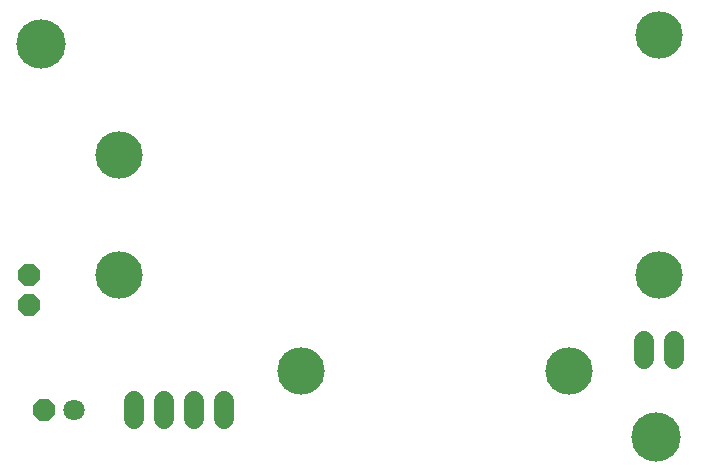
<source format=gbs>
G75*
%MOIN*%
%OFA0B0*%
%FSLAX25Y25*%
%IPPOS*%
%LPD*%
%AMOC8*
5,1,8,0,0,1.08239X$1,22.5*
%
%ADD10C,0.16425*%
%ADD11OC8,0.07400*%
%ADD12OC8,0.07100*%
%ADD13C,0.07100*%
%ADD14C,0.15800*%
%ADD15C,0.06737*%
D10*
X0020005Y0143002D03*
X0224881Y0011990D03*
D11*
X0016000Y0056000D03*
X0016000Y0066000D03*
D12*
X0021000Y0021000D03*
D13*
X0031000Y0021000D03*
D14*
X0046000Y0066000D03*
X0046000Y0106000D03*
X0106512Y0034110D03*
X0195882Y0034110D03*
X0226000Y0066000D03*
X0226000Y0146000D03*
D15*
X0221000Y0043969D02*
X0221000Y0038031D01*
X0231000Y0038031D02*
X0231000Y0043969D01*
X0081000Y0023969D02*
X0081000Y0018031D01*
X0071000Y0018031D02*
X0071000Y0023969D01*
X0061000Y0023969D02*
X0061000Y0018031D01*
X0051000Y0018031D02*
X0051000Y0023969D01*
M02*

</source>
